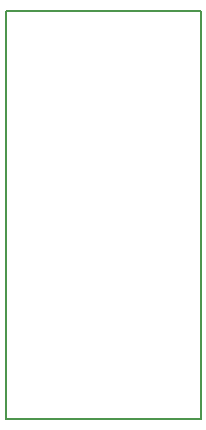
<source format=gbr>
G04 #@! TF.GenerationSoftware,KiCad,Pcbnew,6.0.0-rc1-unknown-bb2e402~84~ubuntu18.04.1*
G04 #@! TF.CreationDate,2019-10-14T10:53:54-04:00
G04 #@! TF.ProjectId,pmtcmini-h10770,706d7463-6d69-46e6-992d-683130373730,rev?*
G04 #@! TF.SameCoordinates,Original*
G04 #@! TF.FileFunction,Profile,NP*
%FSLAX46Y46*%
G04 Gerber Fmt 4.6, Leading zero omitted, Abs format (unit mm)*
G04 Created by KiCad (PCBNEW 6.0.0-rc1-unknown-bb2e402~84~ubuntu18.04.1) date Mon 14 Oct 2019 10:53:54 AM EDT*
%MOMM*%
%LPD*%
G04 APERTURE LIST*
%ADD10C,0.150000*%
G04 APERTURE END LIST*
D10*
X127000000Y-88000000D02*
X127000000Y-53500000D01*
X143500000Y-88000000D02*
X127000000Y-88000000D01*
X143500000Y-53500000D02*
X143500000Y-88000000D01*
X127000000Y-53500000D02*
X143500000Y-53500000D01*
M02*

</source>
